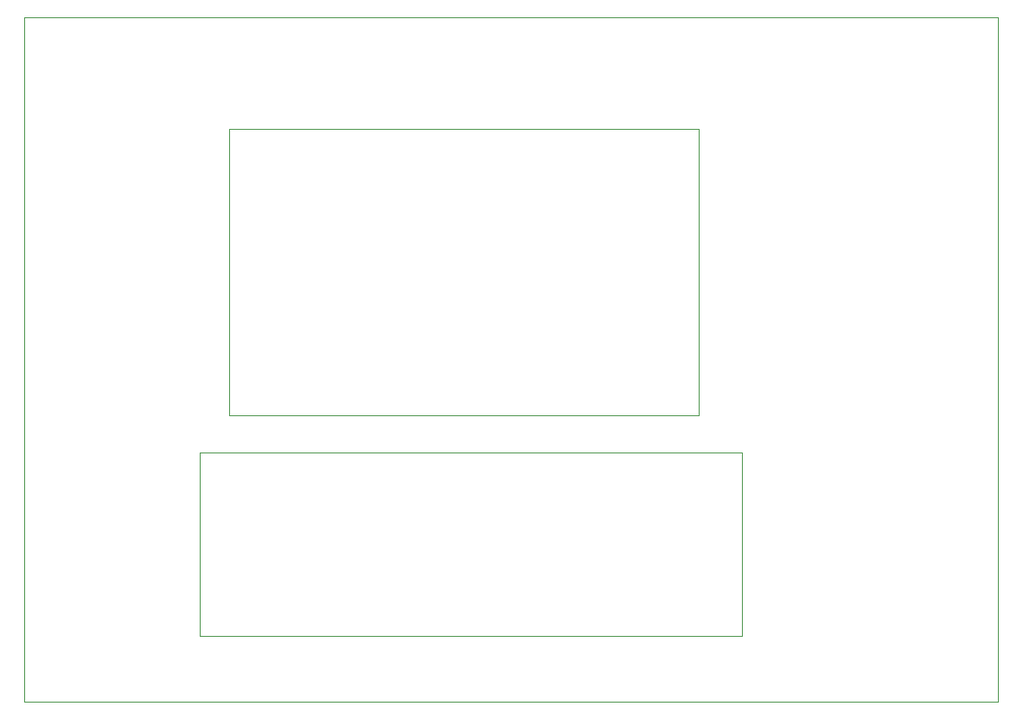
<source format=gbr>
G04 #@! TF.GenerationSoftware,KiCad,Pcbnew,(5.1.7)-1*
G04 #@! TF.CreationDate,2021-12-31T12:14:06+00:00*
G04 #@! TF.ProjectId,Panel,50616e65-6c2e-46b6-9963-61645f706362,rev?*
G04 #@! TF.SameCoordinates,Original*
G04 #@! TF.FileFunction,Profile,NP*
%FSLAX46Y46*%
G04 Gerber Fmt 4.6, Leading zero omitted, Abs format (unit mm)*
G04 Created by KiCad (PCBNEW (5.1.7)-1) date 2021-12-31 12:14:06*
%MOMM*%
%LPD*%
G01*
G04 APERTURE LIST*
G04 #@! TA.AperFunction,Profile*
%ADD10C,0.050000*%
G04 #@! TD*
G04 APERTURE END LIST*
D10*
X134900000Y-124890000D02*
X134900000Y-106920000D01*
X188060000Y-124890000D02*
X134900000Y-124890000D01*
X188060000Y-106920000D02*
X188060000Y-124890000D01*
X134900000Y-106920000D02*
X188060000Y-106920000D01*
X137790000Y-103290000D02*
X183790000Y-103290000D01*
X183790000Y-75290000D02*
X183790000Y-103290000D01*
X137790000Y-75290000D02*
X137790000Y-103290000D01*
X117790000Y-64290000D02*
X213120000Y-64290000D01*
X117790000Y-131290000D02*
X213120000Y-131290000D01*
X137790000Y-75290000D02*
X183790000Y-75290000D01*
X213120000Y-131290000D02*
X213120000Y-64290000D01*
X117790000Y-131290000D02*
X117790000Y-64290000D01*
M02*

</source>
